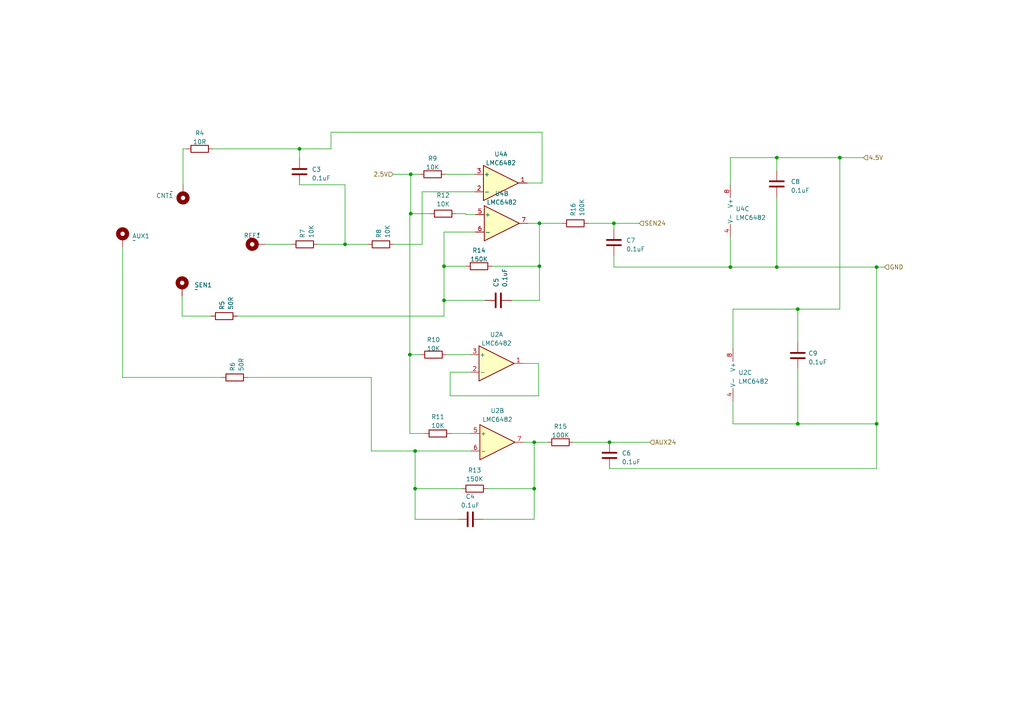
<source format=kicad_sch>
(kicad_sch (version 20230121) (generator eeschema)

  (uuid 383b3a67-928a-4617-8379-1488b4bc9cba)

  (paper "A4")

  (lib_symbols
    (symbol "Amplifier_Operational:LMC6482" (pin_names (offset 0.127)) (in_bom yes) (on_board yes)
      (property "Reference" "U" (at 0 5.08 0)
        (effects (font (size 1.27 1.27)) (justify left))
      )
      (property "Value" "LMC6482" (at 0 -5.08 0)
        (effects (font (size 1.27 1.27)) (justify left))
      )
      (property "Footprint" "" (at 0 0 0)
        (effects (font (size 1.27 1.27)) hide)
      )
      (property "Datasheet" "http://www.ti.com/lit/ds/symlink/lmc6482.pdf" (at 0 0 0)
        (effects (font (size 1.27 1.27)) hide)
      )
      (property "ki_locked" "" (at 0 0 0)
        (effects (font (size 1.27 1.27)))
      )
      (property "ki_keywords" "dual opamp" (at 0 0 0)
        (effects (font (size 1.27 1.27)) hide)
      )
      (property "ki_description" "Dual CMOS Rail-to-Rail Input and Output Operational Amplifier, DIP-8/SOIC-8, SSOP-8" (at 0 0 0)
        (effects (font (size 1.27 1.27)) hide)
      )
      (property "ki_fp_filters" "SOIC*3.9x4.9mm*P1.27mm* DIP*W7.62mm* TO*99* OnSemi*Micro8* TSSOP*3x3mm*P0.65mm* TSSOP*4.4x3mm*P0.65mm* MSOP*3x3mm*P0.65mm* SSOP*3.9x4.9mm*P0.635mm* LFCSP*2x2mm*P0.5mm* *SIP* SOIC*5.3x6.2mm*P1.27mm*" (at 0 0 0)
        (effects (font (size 1.27 1.27)) hide)
      )
      (symbol "LMC6482_1_1"
        (polyline
          (pts
            (xy -5.08 5.08)
            (xy 5.08 0)
            (xy -5.08 -5.08)
            (xy -5.08 5.08)
          )
          (stroke (width 0.254) (type default))
          (fill (type background))
        )
        (pin output line (at 7.62 0 180) (length 2.54)
          (name "~" (effects (font (size 1.27 1.27))))
          (number "1" (effects (font (size 1.27 1.27))))
        )
        (pin input line (at -7.62 -2.54 0) (length 2.54)
          (name "-" (effects (font (size 1.27 1.27))))
          (number "2" (effects (font (size 1.27 1.27))))
        )
        (pin input line (at -7.62 2.54 0) (length 2.54)
          (name "+" (effects (font (size 1.27 1.27))))
          (number "3" (effects (font (size 1.27 1.27))))
        )
      )
      (symbol "LMC6482_2_1"
        (polyline
          (pts
            (xy -5.08 5.08)
            (xy 5.08 0)
            (xy -5.08 -5.08)
            (xy -5.08 5.08)
          )
          (stroke (width 0.254) (type default))
          (fill (type background))
        )
        (pin input line (at -7.62 2.54 0) (length 2.54)
          (name "+" (effects (font (size 1.27 1.27))))
          (number "5" (effects (font (size 1.27 1.27))))
        )
        (pin input line (at -7.62 -2.54 0) (length 2.54)
          (name "-" (effects (font (size 1.27 1.27))))
          (number "6" (effects (font (size 1.27 1.27))))
        )
        (pin output line (at 7.62 0 180) (length 2.54)
          (name "~" (effects (font (size 1.27 1.27))))
          (number "7" (effects (font (size 1.27 1.27))))
        )
      )
      (symbol "LMC6482_3_1"
        (pin power_in line (at -2.54 -7.62 90) (length 3.81)
          (name "V-" (effects (font (size 1.27 1.27))))
          (number "4" (effects (font (size 1.27 1.27))))
        )
        (pin power_in line (at -2.54 7.62 270) (length 3.81)
          (name "V+" (effects (font (size 1.27 1.27))))
          (number "8" (effects (font (size 1.27 1.27))))
        )
      )
    )
    (symbol "Device:C" (pin_numbers hide) (pin_names (offset 0.254)) (in_bom yes) (on_board yes)
      (property "Reference" "C" (at 0.635 2.54 0)
        (effects (font (size 1.27 1.27)) (justify left))
      )
      (property "Value" "C" (at 0.635 -2.54 0)
        (effects (font (size 1.27 1.27)) (justify left))
      )
      (property "Footprint" "" (at 0.9652 -3.81 0)
        (effects (font (size 1.27 1.27)) hide)
      )
      (property "Datasheet" "~" (at 0 0 0)
        (effects (font (size 1.27 1.27)) hide)
      )
      (property "ki_keywords" "cap capacitor" (at 0 0 0)
        (effects (font (size 1.27 1.27)) hide)
      )
      (property "ki_description" "Unpolarized capacitor" (at 0 0 0)
        (effects (font (size 1.27 1.27)) hide)
      )
      (property "ki_fp_filters" "C_*" (at 0 0 0)
        (effects (font (size 1.27 1.27)) hide)
      )
      (symbol "C_0_1"
        (polyline
          (pts
            (xy -2.032 -0.762)
            (xy 2.032 -0.762)
          )
          (stroke (width 0.508) (type default))
          (fill (type none))
        )
        (polyline
          (pts
            (xy -2.032 0.762)
            (xy 2.032 0.762)
          )
          (stroke (width 0.508) (type default))
          (fill (type none))
        )
      )
      (symbol "C_1_1"
        (pin passive line (at 0 3.81 270) (length 2.794)
          (name "~" (effects (font (size 1.27 1.27))))
          (number "1" (effects (font (size 1.27 1.27))))
        )
        (pin passive line (at 0 -3.81 90) (length 2.794)
          (name "~" (effects (font (size 1.27 1.27))))
          (number "2" (effects (font (size 1.27 1.27))))
        )
      )
    )
    (symbol "Device:R" (pin_numbers hide) (pin_names (offset 0)) (in_bom yes) (on_board yes)
      (property "Reference" "R" (at 2.032 0 90)
        (effects (font (size 1.27 1.27)))
      )
      (property "Value" "R" (at 0 0 90)
        (effects (font (size 1.27 1.27)))
      )
      (property "Footprint" "" (at -1.778 0 90)
        (effects (font (size 1.27 1.27)) hide)
      )
      (property "Datasheet" "~" (at 0 0 0)
        (effects (font (size 1.27 1.27)) hide)
      )
      (property "ki_keywords" "R res resistor" (at 0 0 0)
        (effects (font (size 1.27 1.27)) hide)
      )
      (property "ki_description" "Resistor" (at 0 0 0)
        (effects (font (size 1.27 1.27)) hide)
      )
      (property "ki_fp_filters" "R_*" (at 0 0 0)
        (effects (font (size 1.27 1.27)) hide)
      )
      (symbol "R_0_1"
        (rectangle (start -1.016 -2.54) (end 1.016 2.54)
          (stroke (width 0.254) (type default))
          (fill (type none))
        )
      )
      (symbol "R_1_1"
        (pin passive line (at 0 3.81 270) (length 1.27)
          (name "~" (effects (font (size 1.27 1.27))))
          (number "1" (effects (font (size 1.27 1.27))))
        )
        (pin passive line (at 0 -3.81 90) (length 1.27)
          (name "~" (effects (font (size 1.27 1.27))))
          (number "2" (effects (font (size 1.27 1.27))))
        )
      )
    )
    (symbol "Mechanical:MountingHole_Pad" (pin_numbers hide) (pin_names (offset 1.016) hide) (in_bom yes) (on_board yes)
      (property "Reference" "H" (at 0 6.35 0)
        (effects (font (size 1.27 1.27)))
      )
      (property "Value" "MountingHole_Pad" (at 0 4.445 0)
        (effects (font (size 1.27 1.27)))
      )
      (property "Footprint" "" (at 0 0 0)
        (effects (font (size 1.27 1.27)) hide)
      )
      (property "Datasheet" "~" (at 0 0 0)
        (effects (font (size 1.27 1.27)) hide)
      )
      (property "ki_keywords" "mounting hole" (at 0 0 0)
        (effects (font (size 1.27 1.27)) hide)
      )
      (property "ki_description" "Mounting Hole with connection" (at 0 0 0)
        (effects (font (size 1.27 1.27)) hide)
      )
      (property "ki_fp_filters" "MountingHole*Pad*" (at 0 0 0)
        (effects (font (size 1.27 1.27)) hide)
      )
      (symbol "MountingHole_Pad_0_1"
        (circle (center 0 1.27) (radius 1.27)
          (stroke (width 1.27) (type default))
          (fill (type none))
        )
      )
      (symbol "MountingHole_Pad_1_1"
        (pin input line (at 0 -2.54 90) (length 2.54)
          (name "1" (effects (font (size 1.27 1.27))))
          (number "1" (effects (font (size 1.27 1.27))))
        )
      )
    )
  )

  (junction (at 120.396 141.732) (diameter 0) (color 0 0 0 0)
    (uuid 2b700235-913d-4c2b-975b-ce593acf4386)
  )
  (junction (at 225.298 45.72) (diameter 0) (color 0 0 0 0)
    (uuid 2c615381-04a9-4133-b03a-a678bae351a4)
  )
  (junction (at 178.054 64.77) (diameter 0) (color 0 0 0 0)
    (uuid 33b00016-9b23-4def-bbb6-1a9f6cbbc899)
  )
  (junction (at 156.464 77.216) (diameter 0) (color 0 0 0 0)
    (uuid 4d7eb189-eda7-4cd8-917b-1f268c4a4770)
  )
  (junction (at 128.778 77.216) (diameter 0) (color 0 0 0 0)
    (uuid 4ecc7527-1653-4b35-85fe-be7975798448)
  )
  (junction (at 231.394 89.662) (diameter 0) (color 0 0 0 0)
    (uuid 578205ff-173f-4ad3-a8c7-26f00e5d0b33)
  )
  (junction (at 119.126 61.976) (diameter 0) (color 0 0 0 0)
    (uuid 5d088fc2-5938-4cdc-a7e7-7fd0a32a239e)
  )
  (junction (at 120.396 130.81) (diameter 0) (color 0 0 0 0)
    (uuid 63de8887-a539-4717-9c21-2a530af259a5)
  )
  (junction (at 254.254 77.47) (diameter 0) (color 0 0 0 0)
    (uuid 6a841b79-0528-468d-9b92-706bb599ecc5)
  )
  (junction (at 243.586 45.72) (diameter 0) (color 0 0 0 0)
    (uuid 8fd2b45a-a7fd-4777-975f-faf1097b33c5)
  )
  (junction (at 100.076 70.866) (diameter 0) (color 0 0 0 0)
    (uuid 9433f3c6-50cd-481e-9f5e-fcc615682674)
  )
  (junction (at 156.464 64.77) (diameter 0) (color 0 0 0 0)
    (uuid 96cad1c3-eee6-44e0-87ad-29b675eda2f7)
  )
  (junction (at 254.254 122.936) (diameter 0) (color 0 0 0 0)
    (uuid 9855d9b6-7fc2-4152-9400-2420557773de)
  )
  (junction (at 154.94 141.732) (diameter 0) (color 0 0 0 0)
    (uuid 9f787068-dc2c-4459-81b3-6a43403bb569)
  )
  (junction (at 86.868 43.18) (diameter 0) (color 0 0 0 0)
    (uuid ae161002-ea22-4ca1-9f75-662227de0bc4)
  )
  (junction (at 128.778 87.122) (diameter 0) (color 0 0 0 0)
    (uuid c3eade52-df78-45cc-8149-002beb6420cf)
  )
  (junction (at 231.394 122.936) (diameter 0) (color 0 0 0 0)
    (uuid d74db2ea-1d18-4aab-8912-d68e4920c401)
  )
  (junction (at 154.94 128.27) (diameter 0) (color 0 0 0 0)
    (uuid e6e24415-8401-4fa2-8147-01ac731cec9f)
  )
  (junction (at 211.836 77.47) (diameter 0) (color 0 0 0 0)
    (uuid ee30b054-e2f7-4185-b8b5-3b50f4460b9a)
  )
  (junction (at 119.126 50.546) (diameter 0) (color 0 0 0 0)
    (uuid f097dd2d-1840-4c05-a312-4eac454b7c1a)
  )
  (junction (at 225.298 77.47) (diameter 0) (color 0 0 0 0)
    (uuid f4d3735a-499a-40fe-8c8a-04e796aba208)
  )
  (junction (at 176.784 128.27) (diameter 0) (color 0 0 0 0)
    (uuid f695c68a-90a8-4db8-9490-9f6e7450606d)
  )
  (junction (at 118.872 102.87) (diameter 0) (color 0 0 0 0)
    (uuid f9695708-3320-41eb-be11-7a128a7ff523)
  )

  (wire (pts (xy 52.832 91.694) (xy 61.214 91.694))
    (stroke (width 0) (type default))
    (uuid 00b491b1-4d37-4de1-b94e-43568b92e84c)
  )
  (wire (pts (xy 225.298 77.47) (xy 254.254 77.47))
    (stroke (width 0) (type default))
    (uuid 014e17ca-5ad6-4d6d-b366-a29949c59a91)
  )
  (wire (pts (xy 137.668 55.626) (xy 122.428 55.626))
    (stroke (width 0) (type default))
    (uuid 0325fcc9-efc7-4210-a2db-601375c18738)
  )
  (wire (pts (xy 61.722 43.18) (xy 86.868 43.18))
    (stroke (width 0) (type default))
    (uuid 0a50262a-ef9b-4427-935c-ce4d0c69f0e8)
  )
  (wire (pts (xy 118.872 125.73) (xy 118.872 102.87))
    (stroke (width 0) (type default))
    (uuid 0aa00c4a-a1df-4e37-aa63-a64f4c74c2e6)
  )
  (wire (pts (xy 118.872 61.976) (xy 118.872 102.87))
    (stroke (width 0) (type default))
    (uuid 0e12f400-d054-4b35-9966-66c2316b5680)
  )
  (wire (pts (xy 170.688 64.77) (xy 178.054 64.77))
    (stroke (width 0) (type default))
    (uuid 0ec2572d-95f0-41d0-994c-cdc73d022691)
  )
  (wire (pts (xy 250.444 45.72) (xy 243.586 45.72))
    (stroke (width 0) (type default))
    (uuid 0f69251a-9588-4333-9e98-889e16c3d082)
  )
  (wire (pts (xy 129.54 102.87) (xy 136.398 102.87))
    (stroke (width 0) (type default))
    (uuid 1127184b-239b-4817-8a8b-818c17689d09)
  )
  (wire (pts (xy 231.394 106.934) (xy 231.394 122.936))
    (stroke (width 0) (type default))
    (uuid 15e07405-7f3d-4051-a0b5-13670cc39275)
  )
  (wire (pts (xy 120.396 130.81) (xy 136.652 130.81))
    (stroke (width 0) (type default))
    (uuid 17ba085f-79d4-4638-80a6-02ba82c5d895)
  )
  (wire (pts (xy 211.836 77.47) (xy 225.298 77.47))
    (stroke (width 0) (type default))
    (uuid 17e2a724-8ead-410b-886d-ad800f879cf7)
  )
  (wire (pts (xy 151.892 128.27) (xy 154.94 128.27))
    (stroke (width 0) (type default))
    (uuid 18bde1c6-a67c-4794-8f34-68195c87dc2e)
  )
  (wire (pts (xy 128.778 77.216) (xy 128.778 87.122))
    (stroke (width 0) (type default))
    (uuid 202d1815-cee6-461e-ac5c-bc2e8943f286)
  )
  (wire (pts (xy 212.598 116.332) (xy 212.598 122.936))
    (stroke (width 0) (type default))
    (uuid 2a971296-a431-4b0b-93f7-b75ac60ccea4)
  )
  (wire (pts (xy 129.286 50.546) (xy 137.668 50.546))
    (stroke (width 0) (type default))
    (uuid 2ba3f3b4-df33-4fc5-94ce-5c85498d294e)
  )
  (wire (pts (xy 107.696 109.474) (xy 107.696 130.81))
    (stroke (width 0) (type default))
    (uuid 2bb42cb5-0590-4661-ac8f-db9d151c6dd5)
  )
  (wire (pts (xy 211.836 77.47) (xy 211.836 68.834))
    (stroke (width 0) (type default))
    (uuid 2bcb29f0-01bb-4ead-a41f-02a451a7ad10)
  )
  (wire (pts (xy 130.81 125.73) (xy 136.652 125.73))
    (stroke (width 0) (type default))
    (uuid 2ca1f7fd-1409-464b-9857-20e17fa35740)
  )
  (wire (pts (xy 156.464 64.77) (xy 156.464 77.216))
    (stroke (width 0) (type default))
    (uuid 2da1c5b1-8502-4dd2-81cb-35fa42a2a064)
  )
  (wire (pts (xy 178.054 77.47) (xy 211.836 77.47))
    (stroke (width 0) (type default))
    (uuid 2ecd434a-24d6-4c05-ad3b-336889c34edf)
  )
  (wire (pts (xy 185.42 64.77) (xy 178.054 64.77))
    (stroke (width 0) (type default))
    (uuid 32d4a75c-2aef-4363-8e9f-0dbb2a47a7f3)
  )
  (wire (pts (xy 71.882 109.474) (xy 107.696 109.474))
    (stroke (width 0) (type default))
    (uuid 3328c494-b16b-4612-a0bd-537fcfe6e350)
  )
  (wire (pts (xy 231.394 122.936) (xy 254.254 122.936))
    (stroke (width 0) (type default))
    (uuid 3638b8c9-c484-4892-b8ec-52077f87d978)
  )
  (wire (pts (xy 135.128 62.23) (xy 137.922 62.23))
    (stroke (width 0) (type default))
    (uuid 376abb83-e96f-4ce7-b61c-41cc94087bd3)
  )
  (wire (pts (xy 130.556 107.95) (xy 136.398 107.95))
    (stroke (width 0) (type default))
    (uuid 37c68d97-71af-40dc-a80c-f3c3a16f67bb)
  )
  (wire (pts (xy 130.556 114.808) (xy 130.556 107.95))
    (stroke (width 0) (type default))
    (uuid 3875aec7-4a0e-47f2-86da-734d1ff40884)
  )
  (wire (pts (xy 231.394 89.662) (xy 243.586 89.662))
    (stroke (width 0) (type default))
    (uuid 3d13a15b-38b2-4804-a92a-3c5de82f90a5)
  )
  (wire (pts (xy 76.962 70.866) (xy 84.582 70.866))
    (stroke (width 0) (type default))
    (uuid 3df64617-e653-4d08-9c06-309223aed92a)
  )
  (wire (pts (xy 35.56 109.474) (xy 64.262 109.474))
    (stroke (width 0) (type default))
    (uuid 428d1e75-aabe-4b72-8560-d8438c91378d)
  )
  (wire (pts (xy 156.464 87.122) (xy 156.464 77.216))
    (stroke (width 0) (type default))
    (uuid 43479d45-73dd-401f-b00b-62a3b8fec670)
  )
  (wire (pts (xy 152.908 53.086) (xy 157.226 53.086))
    (stroke (width 0) (type default))
    (uuid 43d30517-9d1b-4a08-bb3a-e5b82d77520b)
  )
  (wire (pts (xy 231.394 99.314) (xy 231.394 89.662))
    (stroke (width 0) (type default))
    (uuid 4993a261-35c2-4c79-a42c-f1c6dca738e2)
  )
  (wire (pts (xy 157.226 53.086) (xy 157.226 38.354))
    (stroke (width 0) (type default))
    (uuid 4a045e5b-fa33-4bc3-b8fa-3699e64de64c)
  )
  (wire (pts (xy 157.226 38.354) (xy 96.012 38.354))
    (stroke (width 0) (type default))
    (uuid 4af43b7f-93c1-422e-898c-9e0a3d4e868f)
  )
  (wire (pts (xy 128.778 87.122) (xy 140.716 87.122))
    (stroke (width 0) (type default))
    (uuid 4e8ab461-87a8-46b1-bd28-8596e18bb8f4)
  )
  (wire (pts (xy 53.086 43.18) (xy 53.086 53.594))
    (stroke (width 0) (type default))
    (uuid 51ac6e8b-5beb-4835-8ee1-7de922356f80)
  )
  (wire (pts (xy 135.128 61.976) (xy 135.128 62.23))
    (stroke (width 0) (type default))
    (uuid 5235cb81-4a3b-47d1-9080-49c3140dbcc1)
  )
  (wire (pts (xy 86.868 43.18) (xy 86.868 45.974))
    (stroke (width 0) (type default))
    (uuid 52b6c5f8-ee65-4e5c-9aac-67af57fa3047)
  )
  (wire (pts (xy 154.94 141.732) (xy 154.94 128.27))
    (stroke (width 0) (type default))
    (uuid 5462896a-a76a-4e07-9222-5af64e1ce1d2)
  )
  (wire (pts (xy 52.832 85.852) (xy 52.832 91.694))
    (stroke (width 0) (type default))
    (uuid 58e5ba18-8c54-476c-8eaa-6a332e23fa69)
  )
  (wire (pts (xy 211.836 45.72) (xy 211.836 53.594))
    (stroke (width 0) (type default))
    (uuid 5ab2edb1-e93e-41fc-8cbe-c995d54c6a5d)
  )
  (wire (pts (xy 121.92 102.87) (xy 118.872 102.87))
    (stroke (width 0) (type default))
    (uuid 5e116ad7-2c5f-4634-9d83-319a0f38444a)
  )
  (wire (pts (xy 156.21 105.41) (xy 156.21 114.808))
    (stroke (width 0) (type default))
    (uuid 6b489ca9-7eac-4fb1-a71e-956c750194b2)
  )
  (wire (pts (xy 142.748 77.216) (xy 156.464 77.216))
    (stroke (width 0) (type default))
    (uuid 6f5264b5-10a9-44c0-a7d9-a9c1201bdee7)
  )
  (wire (pts (xy 120.396 150.622) (xy 120.396 141.732))
    (stroke (width 0) (type default))
    (uuid 7adedb7a-bf75-48f1-8dc7-13380b178f15)
  )
  (wire (pts (xy 225.298 45.72) (xy 211.836 45.72))
    (stroke (width 0) (type default))
    (uuid 80109168-005b-4131-be78-d4a68d2474b6)
  )
  (wire (pts (xy 96.012 43.18) (xy 86.868 43.18))
    (stroke (width 0) (type default))
    (uuid 827fda74-7097-4d65-971e-80f6da1f05eb)
  )
  (wire (pts (xy 100.076 70.866) (xy 106.68 70.866))
    (stroke (width 0) (type default))
    (uuid 83d95315-6458-4961-ad2e-0b297c978c12)
  )
  (wire (pts (xy 53.086 43.18) (xy 54.102 43.18))
    (stroke (width 0) (type default))
    (uuid 948b7e72-4c62-46ee-ac6f-06e85024bf32)
  )
  (wire (pts (xy 254.254 77.47) (xy 256.54 77.47))
    (stroke (width 0) (type default))
    (uuid 950d35c3-6422-4a55-95c5-638a75d567bb)
  )
  (wire (pts (xy 132.588 150.622) (xy 120.396 150.622))
    (stroke (width 0) (type default))
    (uuid 96d2f970-a669-4522-994d-c70c0f363ee2)
  )
  (wire (pts (xy 122.428 55.626) (xy 122.428 70.866))
    (stroke (width 0) (type default))
    (uuid 99f4a7c5-bd72-4e0a-918f-5050a02d0719)
  )
  (wire (pts (xy 188.468 128.27) (xy 176.784 128.27))
    (stroke (width 0) (type default))
    (uuid 9b0e08d5-ad0a-4a51-8576-0457bf4deac1)
  )
  (wire (pts (xy 154.94 150.622) (xy 154.94 141.732))
    (stroke (width 0) (type default))
    (uuid 9d71e31b-5721-4b52-a086-9526bf460e2b)
  )
  (wire (pts (xy 254.254 135.89) (xy 254.254 122.936))
    (stroke (width 0) (type default))
    (uuid 9ded664b-d89b-4cdc-a5b2-4af0ecf66a5b)
  )
  (wire (pts (xy 96.012 38.354) (xy 96.012 43.18))
    (stroke (width 0) (type default))
    (uuid a460661a-c32b-4239-bd0a-cd2aad29f8d2)
  )
  (wire (pts (xy 166.37 128.27) (xy 176.784 128.27))
    (stroke (width 0) (type default))
    (uuid a5953e3e-03fe-48db-9e16-faa799d765c9)
  )
  (wire (pts (xy 35.56 71.628) (xy 35.56 109.474))
    (stroke (width 0) (type default))
    (uuid a7ecfff2-55d3-425c-833e-8328df12301b)
  )
  (wire (pts (xy 128.778 67.31) (xy 128.778 77.216))
    (stroke (width 0) (type default))
    (uuid aa552865-05dc-4459-9163-59054d680409)
  )
  (wire (pts (xy 86.868 53.594) (xy 100.076 53.594))
    (stroke (width 0) (type default))
    (uuid ab531962-d72b-4b90-95fe-d4f3919f4f78)
  )
  (wire (pts (xy 151.638 105.41) (xy 156.21 105.41))
    (stroke (width 0) (type default))
    (uuid ae58bee0-cec8-4284-8b79-baf60e4e8b12)
  )
  (wire (pts (xy 141.478 141.732) (xy 154.94 141.732))
    (stroke (width 0) (type default))
    (uuid b0cb3532-7553-4981-b705-b83a675fde99)
  )
  (wire (pts (xy 120.396 141.732) (xy 120.396 130.81))
    (stroke (width 0) (type default))
    (uuid b242db60-b630-42f1-a30a-fe2879cea577)
  )
  (wire (pts (xy 163.068 64.77) (xy 156.464 64.77))
    (stroke (width 0) (type default))
    (uuid b5ca37d4-c771-4833-b11f-d439e512b0e1)
  )
  (wire (pts (xy 119.126 50.546) (xy 121.666 50.546))
    (stroke (width 0) (type default))
    (uuid b9152bbb-0437-4642-8e40-112897f7f29f)
  )
  (wire (pts (xy 176.784 135.89) (xy 254.254 135.89))
    (stroke (width 0) (type default))
    (uuid bbc2f8ac-f4e2-4637-9d6b-eaa0d1efe687)
  )
  (wire (pts (xy 119.126 61.976) (xy 119.126 50.546))
    (stroke (width 0) (type default))
    (uuid bd30a446-d75c-482b-a5fd-e831e50cce6e)
  )
  (wire (pts (xy 178.054 64.77) (xy 178.054 66.548))
    (stroke (width 0) (type default))
    (uuid bd3c1c26-d0c6-46c1-b175-7f8157cf6492)
  )
  (wire (pts (xy 132.334 61.976) (xy 135.128 61.976))
    (stroke (width 0) (type default))
    (uuid beabe7c3-af71-4353-90bb-1b2eaae91e02)
  )
  (wire (pts (xy 148.336 87.122) (xy 156.464 87.122))
    (stroke (width 0) (type default))
    (uuid c05b3758-d1f8-49f3-9812-3f723560dd37)
  )
  (wire (pts (xy 92.202 70.866) (xy 100.076 70.866))
    (stroke (width 0) (type default))
    (uuid c1d662ff-5670-48db-98d3-71cc50285ac5)
  )
  (wire (pts (xy 68.834 91.694) (xy 128.778 91.694))
    (stroke (width 0) (type default))
    (uuid c5bcbdf5-bdda-47e0-9673-8bccfdd1f095)
  )
  (wire (pts (xy 118.872 61.976) (xy 119.126 61.976))
    (stroke (width 0) (type default))
    (uuid c8cb9726-7c8a-45b7-9b9f-4dc2b9a7c7b0)
  )
  (wire (pts (xy 135.128 77.216) (xy 128.778 77.216))
    (stroke (width 0) (type default))
    (uuid c9bcddd8-25e3-4d7b-85f2-49d0d1df755c)
  )
  (wire (pts (xy 212.598 89.662) (xy 231.394 89.662))
    (stroke (width 0) (type default))
    (uuid cd52ea7c-53ae-4ecb-afaf-27d8ddabacc7)
  )
  (wire (pts (xy 212.598 101.092) (xy 212.598 89.662))
    (stroke (width 0) (type default))
    (uuid cd72a77a-26a7-4157-a21f-a63fdf683b5f)
  )
  (wire (pts (xy 128.778 67.31) (xy 137.922 67.31))
    (stroke (width 0) (type default))
    (uuid cebbd743-10f5-4986-ba3c-068876f6d3bf)
  )
  (wire (pts (xy 154.94 128.27) (xy 158.75 128.27))
    (stroke (width 0) (type default))
    (uuid cfd76ea6-cbaf-4589-9db9-0c5d3539f196)
  )
  (wire (pts (xy 122.428 70.866) (xy 114.3 70.866))
    (stroke (width 0) (type default))
    (uuid d42844c8-285d-4433-a142-04d393c2fc60)
  )
  (wire (pts (xy 156.21 114.808) (xy 130.556 114.808))
    (stroke (width 0) (type default))
    (uuid d4cf672c-0dff-4cfc-abb0-34e501ab5154)
  )
  (wire (pts (xy 254.254 122.936) (xy 254.254 77.47))
    (stroke (width 0) (type default))
    (uuid d5b9f24b-cfb6-47f9-8efd-1a53a4c52c56)
  )
  (wire (pts (xy 243.586 45.72) (xy 243.586 89.662))
    (stroke (width 0) (type default))
    (uuid d8c4c410-5662-4ca4-a400-d42ac46ea715)
  )
  (wire (pts (xy 123.19 125.73) (xy 118.872 125.73))
    (stroke (width 0) (type default))
    (uuid df8b589c-edff-4c5c-967b-d2ceb651de43)
  )
  (wire (pts (xy 225.298 45.72) (xy 225.298 49.53))
    (stroke (width 0) (type default))
    (uuid dfc2e6df-87d0-4e0b-b2d0-f046a3047cb5)
  )
  (wire (pts (xy 128.778 87.122) (xy 128.778 91.694))
    (stroke (width 0) (type default))
    (uuid e21777cd-fb5e-43e6-bb93-e1313c6c46fc)
  )
  (wire (pts (xy 243.586 45.72) (xy 225.298 45.72))
    (stroke (width 0) (type default))
    (uuid e32ab7ca-508e-4d01-b0f0-589ebcde7577)
  )
  (wire (pts (xy 225.298 57.15) (xy 225.298 77.47))
    (stroke (width 0) (type default))
    (uuid e48f5562-0674-4cd3-8f30-61368b6f7003)
  )
  (wire (pts (xy 107.696 130.81) (xy 120.396 130.81))
    (stroke (width 0) (type default))
    (uuid e8b87b26-2d6f-48f1-9f52-e95f9ea33a3c)
  )
  (wire (pts (xy 178.054 74.168) (xy 178.054 77.47))
    (stroke (width 0) (type default))
    (uuid ecec248f-6aeb-4d40-8f5b-7247c82cf6b1)
  )
  (wire (pts (xy 140.208 150.622) (xy 154.94 150.622))
    (stroke (width 0) (type default))
    (uuid ef16db78-3aab-4108-97ee-e3c768815673)
  )
  (wire (pts (xy 124.714 61.976) (xy 119.126 61.976))
    (stroke (width 0) (type default))
    (uuid f1e63868-d07f-4c52-9a98-2f9eaeda3271)
  )
  (wire (pts (xy 114.046 50.546) (xy 119.126 50.546))
    (stroke (width 0) (type default))
    (uuid f21eea20-cce1-4165-a9bf-2044fdbca482)
  )
  (wire (pts (xy 100.076 53.594) (xy 100.076 70.866))
    (stroke (width 0) (type default))
    (uuid f255db80-b197-4e1c-98b4-3edbc053f35e)
  )
  (wire (pts (xy 212.598 122.936) (xy 231.394 122.936))
    (stroke (width 0) (type default))
    (uuid fbdbe98a-01b5-4253-acfc-0be5e8d126ce)
  )
  (wire (pts (xy 133.858 141.732) (xy 120.396 141.732))
    (stroke (width 0) (type default))
    (uuid fd3d820e-5ea9-4c20-aa3f-517e8ac269e3)
  )
  (wire (pts (xy 156.464 64.77) (xy 153.162 64.77))
    (stroke (width 0) (type default))
    (uuid ff9d1eb9-61d7-4c8a-b19e-6fc528d5c666)
  )

  (hierarchical_label "4.5V" (shape input) (at 250.444 45.72 0) (fields_autoplaced)
    (effects (font (size 1.27 1.27)) (justify left))
    (uuid 559d5cc0-dd9e-4540-a680-541f72fe4a6d)
  )
  (hierarchical_label "2.5V" (shape input) (at 114.046 50.546 180) (fields_autoplaced)
    (effects (font (size 1.27 1.27)) (justify right))
    (uuid 82bdb9ed-6de2-4247-b8bc-432c6c3d41d6)
  )
  (hierarchical_label "AUX24" (shape input) (at 188.468 128.27 0) (fields_autoplaced)
    (effects (font (size 1.27 1.27)) (justify left))
    (uuid a3140c2e-2865-43e3-b740-41dbc05104be)
  )
  (hierarchical_label "SEN24" (shape input) (at 185.42 64.77 0) (fields_autoplaced)
    (effects (font (size 1.27 1.27)) (justify left))
    (uuid a3c9d64b-ea32-4e00-a859-6fce05c484d1)
  )
  (hierarchical_label "GND" (shape input) (at 256.54 77.47 0) (fields_autoplaced)
    (effects (font (size 1.27 1.27)) (justify left))
    (uuid b46c1258-84b4-4d0f-8b66-6b6d95eb33ef)
  )

  (symbol (lib_id "Device:R") (at 110.49 70.866 90) (unit 1)
    (in_bom yes) (on_board yes) (dnp no)
    (uuid 0da59c9c-e041-457c-a4ab-e7584a3564e7)
    (property "Reference" "R8" (at 109.855 69.088 0)
      (effects (font (size 1.27 1.27)) (justify left))
    )
    (property "Value" "10K" (at 112.395 69.088 0)
      (effects (font (size 1.27 1.27)) (justify left))
    )
    (property "Footprint" "Resistor_SMD:R_0402_1005Metric" (at 110.49 72.644 90)
      (effects (font (size 1.27 1.27)) hide)
    )
    (property "Datasheet" "~" (at 110.49 70.866 0)
      (effects (font (size 1.27 1.27)) hide)
    )
    (pin "1" (uuid 73ea3203-f9bf-4d9d-bd4a-8445b5d71e60))
    (pin "2" (uuid 38cb8394-93a6-4fc9-93c0-3a78dd08bff6))
    (instances
      (project "Air quality project"
        (path "/67b6672b-0c15-41a5-a844-17aa721018b8/e2c83066-cae4-4a4f-a05c-59cf4d457446"
          (reference "R8") (unit 1)
        )
        (path "/67b6672b-0c15-41a5-a844-17aa721018b8/be65ffb6-5f15-4847-ab99-a8924076e9fe"
          (reference "R39") (unit 1)
        )
        (path "/67b6672b-0c15-41a5-a844-17aa721018b8/c0be7648-c2d3-418c-a141-063f79a63fee"
          (reference "R268") (unit 1)
        )
      )
    )
  )

  (symbol (lib_id "Device:R") (at 125.476 50.546 90) (unit 1)
    (in_bom yes) (on_board yes) (dnp no) (fields_autoplaced)
    (uuid 0e6f1db8-5dfb-4b2c-91c9-a06ad217eb46)
    (property "Reference" "R9" (at 125.476 45.974 90)
      (effects (font (size 1.27 1.27)))
    )
    (property "Value" "10K" (at 125.476 48.514 90)
      (effects (font (size 1.27 1.27)))
    )
    (property "Footprint" "Resistor_SMD:R_0402_1005Metric" (at 125.476 52.324 90)
      (effects (font (size 1.27 1.27)) hide)
    )
    (property "Datasheet" "~" (at 125.476 50.546 0)
      (effects (font (size 1.27 1.27)) hide)
    )
    (pin "1" (uuid 1471e55c-a336-4539-a3b9-9dcb297d4861))
    (pin "2" (uuid f2c1725d-9bb3-42fc-9a7e-024eacbe9d10))
    (instances
      (project "Air quality project"
        (path "/67b6672b-0c15-41a5-a844-17aa721018b8/e2c83066-cae4-4a4f-a05c-59cf4d457446"
          (reference "R9") (unit 1)
        )
        (path "/67b6672b-0c15-41a5-a844-17aa721018b8/be65ffb6-5f15-4847-ab99-a8924076e9fe"
          (reference "R44") (unit 1)
        )
        (path "/67b6672b-0c15-41a5-a844-17aa721018b8/c0be7648-c2d3-418c-a141-063f79a63fee"
          (reference "R269") (unit 1)
        )
      )
    )
  )

  (symbol (lib_id "Device:R") (at 125.73 102.87 90) (unit 1)
    (in_bom yes) (on_board yes) (dnp no) (fields_autoplaced)
    (uuid 18bc1b4f-bff6-4ff3-a516-8ae76114d763)
    (property "Reference" "R10" (at 125.73 98.552 90)
      (effects (font (size 1.27 1.27)))
    )
    (property "Value" "10K" (at 125.73 101.092 90)
      (effects (font (size 1.27 1.27)))
    )
    (property "Footprint" "Resistor_SMD:R_0402_1005Metric" (at 125.73 104.648 90)
      (effects (font (size 1.27 1.27)) hide)
    )
    (property "Datasheet" "~" (at 125.73 102.87 0)
      (effects (font (size 1.27 1.27)) hide)
    )
    (pin "1" (uuid b3bf1ef5-b0ca-4c2e-aaf0-002690a402b2))
    (pin "2" (uuid 2f623ae8-f48c-410c-ac17-ddfe840e8c37))
    (instances
      (project "Air quality project"
        (path "/67b6672b-0c15-41a5-a844-17aa721018b8/e2c83066-cae4-4a4f-a05c-59cf4d457446"
          (reference "R10") (unit 1)
        )
        (path "/67b6672b-0c15-41a5-a844-17aa721018b8/be65ffb6-5f15-4847-ab99-a8924076e9fe"
          (reference "R49") (unit 1)
        )
        (path "/67b6672b-0c15-41a5-a844-17aa721018b8/c0be7648-c2d3-418c-a141-063f79a63fee"
          (reference "R270") (unit 1)
        )
      )
    )
  )

  (symbol (lib_id "Device:R") (at 137.668 141.732 90) (unit 1)
    (in_bom yes) (on_board yes) (dnp no) (fields_autoplaced)
    (uuid 22493ec9-fb6b-4090-b73a-aba0665b4afd)
    (property "Reference" "R13" (at 137.668 136.398 90)
      (effects (font (size 1.27 1.27)))
    )
    (property "Value" "150K" (at 137.668 138.938 90)
      (effects (font (size 1.27 1.27)))
    )
    (property "Footprint" "Resistor_SMD:R_0402_1005Metric" (at 137.668 143.51 90)
      (effects (font (size 1.27 1.27)) hide)
    )
    (property "Datasheet" "~" (at 137.668 141.732 0)
      (effects (font (size 1.27 1.27)) hide)
    )
    (pin "1" (uuid 41acdea0-4868-4a8e-a0b4-2f30a8f63254))
    (pin "2" (uuid c8115c3d-1c55-4737-803a-49db8d8e67ab))
    (instances
      (project "Air quality project"
        (path "/67b6672b-0c15-41a5-a844-17aa721018b8/e2c83066-cae4-4a4f-a05c-59cf4d457446"
          (reference "R13") (unit 1)
        )
        (path "/67b6672b-0c15-41a5-a844-17aa721018b8/be65ffb6-5f15-4847-ab99-a8924076e9fe"
          (reference "R64") (unit 1)
        )
        (path "/67b6672b-0c15-41a5-a844-17aa721018b8/c0be7648-c2d3-418c-a141-063f79a63fee"
          (reference "R273") (unit 1)
        )
      )
    )
  )

  (symbol (lib_id "Amplifier_Operational:LMC6482") (at 145.288 53.086 0) (unit 1)
    (in_bom yes) (on_board yes) (dnp no) (fields_autoplaced)
    (uuid 29a7962b-3b76-4304-8eab-d2b23e68b198)
    (property "Reference" "U4" (at 145.288 44.704 0)
      (effects (font (size 1.27 1.27)))
    )
    (property "Value" "LMC6482" (at 145.288 47.244 0)
      (effects (font (size 1.27 1.27)))
    )
    (property "Footprint" "Package_SO:SOIC-8_3.9x4.9mm_P1.27mm" (at 145.288 53.086 0)
      (effects (font (size 1.27 1.27)) hide)
    )
    (property "Datasheet" "http://www.ti.com/lit/ds/symlink/lmc6482.pdf" (at 145.288 53.086 0)
      (effects (font (size 1.27 1.27)) hide)
    )
    (pin "1" (uuid b6766693-b793-4490-892d-1d54322cf71f))
    (pin "2" (uuid ea084974-7609-4376-b852-093fe2aa6f75))
    (pin "3" (uuid 27c9d633-b5c8-40fa-a3c3-faf99b90ee01))
    (pin "5" (uuid 7e217bec-f5f9-4503-96e2-e0cff25dde3f))
    (pin "6" (uuid ed4ead67-62ba-4dc4-86a0-f436eefe99dd))
    (pin "7" (uuid ef455054-ceb9-4486-86bb-c10142a92b1a))
    (pin "4" (uuid 0efdc872-5caf-4241-9340-e8ec1bb01b5b))
    (pin "8" (uuid 7d3e3f09-3aff-4bd7-8548-a79c845e659b))
    (instances
      (project "Air quality project"
        (path "/67b6672b-0c15-41a5-a844-17aa721018b8/e2c83066-cae4-4a4f-a05c-59cf4d457446"
          (reference "U4") (unit 1)
        )
        (path "/67b6672b-0c15-41a5-a844-17aa721018b8/be65ffb6-5f15-4847-ab99-a8924076e9fe"
          (reference "U13") (unit 1)
        )
        (path "/67b6672b-0c15-41a5-a844-17aa721018b8/c0be7648-c2d3-418c-a141-063f79a63fee"
          (reference "U44") (unit 1)
        )
      )
    )
  )

  (symbol (lib_id "Device:R") (at 162.56 128.27 90) (unit 1)
    (in_bom yes) (on_board yes) (dnp no) (fields_autoplaced)
    (uuid 41c55042-92de-4941-97d3-6e3d4bfd4d23)
    (property "Reference" "R15" (at 162.56 123.698 90)
      (effects (font (size 1.27 1.27)))
    )
    (property "Value" "100K" (at 162.56 126.238 90)
      (effects (font (size 1.27 1.27)))
    )
    (property "Footprint" "Resistor_SMD:R_0402_1005Metric" (at 162.56 130.048 90)
      (effects (font (size 1.27 1.27)) hide)
    )
    (property "Datasheet" "~" (at 162.56 128.27 0)
      (effects (font (size 1.27 1.27)) hide)
    )
    (pin "1" (uuid d8c66922-bf10-4837-b339-fcf5add9169b))
    (pin "2" (uuid c6dd12b9-b288-4506-adfe-9db2c73a3960))
    (instances
      (project "Air quality project"
        (path "/67b6672b-0c15-41a5-a844-17aa721018b8/e2c83066-cae4-4a4f-a05c-59cf4d457446"
          (reference "R15") (unit 1)
        )
        (path "/67b6672b-0c15-41a5-a844-17aa721018b8/be65ffb6-5f15-4847-ab99-a8924076e9fe"
          (reference "R70") (unit 1)
        )
        (path "/67b6672b-0c15-41a5-a844-17aa721018b8/c0be7648-c2d3-418c-a141-063f79a63fee"
          (reference "R275") (unit 1)
        )
      )
    )
  )

  (symbol (lib_id "Amplifier_Operational:LMC6482") (at 144.272 128.27 0) (unit 2)
    (in_bom yes) (on_board yes) (dnp no) (fields_autoplaced)
    (uuid 4611a0f7-ac32-456d-ae8b-8cca2ae99858)
    (property "Reference" "U2" (at 144.272 119.126 0)
      (effects (font (size 1.27 1.27)))
    )
    (property "Value" "LMC6482" (at 144.272 121.666 0)
      (effects (font (size 1.27 1.27)))
    )
    (property "Footprint" "Package_SO:SOIC-8_3.9x4.9mm_P1.27mm" (at 144.272 128.27 0)
      (effects (font (size 1.27 1.27)) hide)
    )
    (property "Datasheet" "http://www.ti.com/lit/ds/symlink/lmc6482.pdf" (at 144.272 128.27 0)
      (effects (font (size 1.27 1.27)) hide)
    )
    (pin "1" (uuid 11ada3ae-6758-4a42-8bec-b9b6f4c75a1a))
    (pin "2" (uuid cecfcab1-7354-4c19-8bdd-bc6aac22549b))
    (pin "3" (uuid b8b5c5a6-18f5-4b93-b974-cec779252067))
    (pin "5" (uuid a170f4c5-61c9-4548-bbd7-eb8df16c546e))
    (pin "6" (uuid 5edd558a-9c65-46aa-969b-078debddc3b1))
    (pin "7" (uuid 3e19c89a-db29-4560-82b3-b0f91e5d0e35))
    (pin "4" (uuid 5d862dc6-a441-46c7-938b-75ac613c0f4f))
    (pin "8" (uuid 6e4c091b-4f0e-43a5-ac02-ecaec090156f))
    (instances
      (project "Air quality project"
        (path "/67b6672b-0c15-41a5-a844-17aa721018b8/e2c83066-cae4-4a4f-a05c-59cf4d457446"
          (reference "U2") (unit 2)
        )
        (path "/67b6672b-0c15-41a5-a844-17aa721018b8/be65ffb6-5f15-4847-ab99-a8924076e9fe"
          (reference "U8") (unit 2)
        )
        (path "/67b6672b-0c15-41a5-a844-17aa721018b8/c0be7648-c2d3-418c-a141-063f79a63fee"
          (reference "U41") (unit 2)
        )
      )
    )
  )

  (symbol (lib_id "Device:C") (at 176.784 132.08 0) (unit 1)
    (in_bom yes) (on_board yes) (dnp no) (fields_autoplaced)
    (uuid 54780aff-e519-4074-bcea-ee9c0facfb10)
    (property "Reference" "C6" (at 180.34 131.445 0)
      (effects (font (size 1.27 1.27)) (justify left))
    )
    (property "Value" "0.1uF" (at 180.34 133.985 0)
      (effects (font (size 1.27 1.27)) (justify left))
    )
    (property "Footprint" "Capacitor_SMD:C_0402_1005Metric" (at 177.7492 135.89 0)
      (effects (font (size 1.27 1.27)) hide)
    )
    (property "Datasheet" "~" (at 176.784 132.08 0)
      (effects (font (size 1.27 1.27)) hide)
    )
    (pin "1" (uuid 62b2bc4f-bee2-434f-855b-f7cdb651da98))
    (pin "2" (uuid 90774061-3047-4626-a696-d01dd1dd4c73))
    (instances
      (project "Air quality project"
        (path "/67b6672b-0c15-41a5-a844-17aa721018b8/e2c83066-cae4-4a4f-a05c-59cf4d457446"
          (reference "C6") (unit 1)
        )
        (path "/67b6672b-0c15-41a5-a844-17aa721018b8/be65ffb6-5f15-4847-ab99-a8924076e9fe"
          (reference "C36") (unit 1)
        )
        (path "/67b6672b-0c15-41a5-a844-17aa721018b8/c0be7648-c2d3-418c-a141-063f79a63fee"
          (reference "C146") (unit 1)
        )
      )
    )
  )

  (symbol (lib_id "Device:R") (at 166.878 64.77 90) (unit 1)
    (in_bom yes) (on_board yes) (dnp no)
    (uuid 63ca00b6-765d-4e59-917e-5fcdcafcf11d)
    (property "Reference" "R16" (at 166.243 62.738 0)
      (effects (font (size 1.27 1.27)) (justify left))
    )
    (property "Value" "100K" (at 168.783 62.738 0)
      (effects (font (size 1.27 1.27)) (justify left))
    )
    (property "Footprint" "Resistor_SMD:R_0402_1005Metric" (at 166.878 66.548 90)
      (effects (font (size 1.27 1.27)) hide)
    )
    (property "Datasheet" "~" (at 166.878 64.77 0)
      (effects (font (size 1.27 1.27)) hide)
    )
    (pin "1" (uuid 441c6a5b-2d88-4346-b5c8-7e877d064258))
    (pin "2" (uuid 5e21a48c-074f-427c-a8c1-f1c2190f919d))
    (instances
      (project "Air quality project"
        (path "/67b6672b-0c15-41a5-a844-17aa721018b8/e2c83066-cae4-4a4f-a05c-59cf4d457446"
          (reference "R16") (unit 1)
        )
        (path "/67b6672b-0c15-41a5-a844-17aa721018b8/be65ffb6-5f15-4847-ab99-a8924076e9fe"
          (reference "R71") (unit 1)
        )
        (path "/67b6672b-0c15-41a5-a844-17aa721018b8/c0be7648-c2d3-418c-a141-063f79a63fee"
          (reference "R276") (unit 1)
        )
      )
    )
  )

  (symbol (lib_id "Mechanical:MountingHole_Pad") (at 52.832 83.312 0) (unit 1)
    (in_bom yes) (on_board yes) (dnp no) (fields_autoplaced)
    (uuid 68da2b2f-d02d-4d8c-bb31-ffc2b45cb11b)
    (property "Reference" "SEN1" (at 56.388 82.677 0)
      (effects (font (size 1.27 1.27)) (justify left))
    )
    (property "Value" "~" (at 56.388 83.947 0)
      (effects (font (size 1.27 1.27)) (justify left))
    )
    (property "Footprint" "MountingHole:MountingHole_2.7mm_Pad" (at 52.832 83.312 0)
      (effects (font (size 1.27 1.27)) hide)
    )
    (property "Datasheet" "~" (at 52.832 83.312 0)
      (effects (font (size 1.27 1.27)) hide)
    )
    (pin "1" (uuid c4e2a6e8-cf75-4141-ba1e-b385a0380dad))
    (instances
      (project "Air quality project"
        (path "/67b6672b-0c15-41a5-a844-17aa721018b8/e2c83066-cae4-4a4f-a05c-59cf4d457446"
          (reference "SEN1") (unit 1)
        )
        (path "/67b6672b-0c15-41a5-a844-17aa721018b8/be65ffb6-5f15-4847-ab99-a8924076e9fe"
          (reference "SEN2") (unit 1)
        )
        (path "/67b6672b-0c15-41a5-a844-17aa721018b8/c0be7648-c2d3-418c-a141-063f79a63fee"
          (reference "SEN24") (unit 1)
        )
      )
    )
  )

  (symbol (lib_id "Device:R") (at 57.912 43.18 270) (unit 1)
    (in_bom yes) (on_board yes) (dnp no) (fields_autoplaced)
    (uuid 6b624b66-f9d0-469a-8851-ec2c1d413afd)
    (property "Reference" "R4" (at 57.912 38.608 90)
      (effects (font (size 1.27 1.27)))
    )
    (property "Value" "10R" (at 57.912 41.148 90)
      (effects (font (size 1.27 1.27)))
    )
    (property "Footprint" "Resistor_SMD:R_0402_1005Metric" (at 57.912 41.402 90)
      (effects (font (size 1.27 1.27)) hide)
    )
    (property "Datasheet" "~" (at 57.912 43.18 0)
      (effects (font (size 1.27 1.27)) hide)
    )
    (pin "1" (uuid 0bf9b9f5-73f2-465f-8128-682abc9804e4))
    (pin "2" (uuid ca53b002-5897-4429-9dc6-89f78ffee4d9))
    (instances
      (project "Air quality project"
        (path "/67b6672b-0c15-41a5-a844-17aa721018b8/e2c83066-cae4-4a4f-a05c-59cf4d457446"
          (reference "R4") (unit 1)
        )
        (path "/67b6672b-0c15-41a5-a844-17aa721018b8/be65ffb6-5f15-4847-ab99-a8924076e9fe"
          (reference "R19") (unit 1)
        )
        (path "/67b6672b-0c15-41a5-a844-17aa721018b8/c0be7648-c2d3-418c-a141-063f79a63fee"
          (reference "R251") (unit 1)
        )
      )
    )
  )

  (symbol (lib_id "Device:R") (at 128.524 61.976 90) (unit 1)
    (in_bom yes) (on_board yes) (dnp no) (fields_autoplaced)
    (uuid 733a6aed-adae-4255-87f2-5d4b635efb1a)
    (property "Reference" "R12" (at 128.524 56.642 90)
      (effects (font (size 1.27 1.27)))
    )
    (property "Value" "10K" (at 128.524 59.182 90)
      (effects (font (size 1.27 1.27)))
    )
    (property "Footprint" "Resistor_SMD:R_0402_1005Metric" (at 128.524 63.754 90)
      (effects (font (size 1.27 1.27)) hide)
    )
    (property "Datasheet" "~" (at 128.524 61.976 0)
      (effects (font (size 1.27 1.27)) hide)
    )
    (pin "1" (uuid f1c646e3-b0a3-4300-ad91-e0d27f96cfb1))
    (pin "2" (uuid 884bd9ae-be3c-4760-89ea-b8914a2e95ee))
    (instances
      (project "Air quality project"
        (path "/67b6672b-0c15-41a5-a844-17aa721018b8/e2c83066-cae4-4a4f-a05c-59cf4d457446"
          (reference "R12") (unit 1)
        )
        (path "/67b6672b-0c15-41a5-a844-17aa721018b8/be65ffb6-5f15-4847-ab99-a8924076e9fe"
          (reference "R59") (unit 1)
        )
        (path "/67b6672b-0c15-41a5-a844-17aa721018b8/c0be7648-c2d3-418c-a141-063f79a63fee"
          (reference "R272") (unit 1)
        )
      )
    )
  )

  (symbol (lib_id "Device:C") (at 231.394 103.124 0) (unit 1)
    (in_bom yes) (on_board yes) (dnp no)
    (uuid 74dda0dd-0a24-4462-bd53-e2cb045187e5)
    (property "Reference" "C9" (at 234.442 102.489 0)
      (effects (font (size 1.27 1.27)) (justify left))
    )
    (property "Value" "0.1uF" (at 234.442 105.029 0)
      (effects (font (size 1.27 1.27)) (justify left))
    )
    (property "Footprint" "Capacitor_SMD:C_0402_1005Metric" (at 232.3592 106.934 0)
      (effects (font (size 1.27 1.27)) hide)
    )
    (property "Datasheet" "~" (at 231.394 103.124 0)
      (effects (font (size 1.27 1.27)) hide)
    )
    (pin "1" (uuid 85009413-4669-488a-9f41-79e29e75067f))
    (pin "2" (uuid 97a4a918-83d1-44de-b262-c5875c993d52))
    (instances
      (project "Air quality project"
        (path "/67b6672b-0c15-41a5-a844-17aa721018b8/e2c83066-cae4-4a4f-a05c-59cf4d457446"
          (reference "C9") (unit 1)
        )
        (path "/67b6672b-0c15-41a5-a844-17aa721018b8/be65ffb6-5f15-4847-ab99-a8924076e9fe"
          (reference "C39") (unit 1)
        )
        (path "/67b6672b-0c15-41a5-a844-17aa721018b8/c0be7648-c2d3-418c-a141-063f79a63fee"
          (reference "C149") (unit 1)
        )
      )
    )
  )

  (symbol (lib_id "Mechanical:MountingHole_Pad") (at 35.56 69.088 0) (unit 1)
    (in_bom yes) (on_board yes) (dnp no)
    (uuid 7c688605-8820-4b7b-9d8f-0668c2d9a571)
    (property "Reference" "AUX1" (at 38.354 68.453 0)
      (effects (font (size 1.27 1.27)) (justify left))
    )
    (property "Value" "~" (at 38.354 69.723 0)
      (effects (font (size 1.27 1.27)) (justify left))
    )
    (property "Footprint" "MountingHole:MountingHole_2.7mm_Pad" (at 35.56 69.088 0)
      (effects (font (size 1.27 1.27)) hide)
    )
    (property "Datasheet" "~" (at 35.56 69.088 0)
      (effects (font (size 1.27 1.27)) hide)
    )
    (pin "1" (uuid 5a69c472-356f-4820-9e55-f765339c52c7))
    (instances
      (project "Air quality project"
        (path "/67b6672b-0c15-41a5-a844-17aa721018b8/e2c83066-cae4-4a4f-a05c-59cf4d457446"
          (reference "AUX1") (unit 1)
        )
        (path "/67b6672b-0c15-41a5-a844-17aa721018b8/be65ffb6-5f15-4847-ab99-a8924076e9fe"
          (reference "AUX2") (unit 1)
        )
        (path "/67b6672b-0c15-41a5-a844-17aa721018b8/c0be7648-c2d3-418c-a141-063f79a63fee"
          (reference "AUX24") (unit 1)
        )
      )
    )
  )

  (symbol (lib_id "Amplifier_Operational:LMC6482") (at 145.542 64.77 0) (unit 2)
    (in_bom yes) (on_board yes) (dnp no) (fields_autoplaced)
    (uuid 84b309da-08a0-43ed-abdd-40dd0230f762)
    (property "Reference" "U4" (at 145.542 56.134 0)
      (effects (font (size 1.27 1.27)))
    )
    (property "Value" "LMC6482" (at 145.542 58.674 0)
      (effects (font (size 1.27 1.27)))
    )
    (property "Footprint" "Package_SO:SOIC-8_3.9x4.9mm_P1.27mm" (at 145.542 64.77 0)
      (effects (font (size 1.27 1.27)) hide)
    )
    (property "Datasheet" "http://www.ti.com/lit/ds/symlink/lmc6482.pdf" (at 145.542 64.77 0)
      (effects (font (size 1.27 1.27)) hide)
    )
    (pin "1" (uuid 9c1e9d8f-1c28-41e3-9575-41efbc51ba50))
    (pin "2" (uuid 1d0291f0-3ca2-4510-9705-02c12b2ea42d))
    (pin "3" (uuid 1f78b38e-dbc0-4584-b37f-86c494584341))
    (pin "5" (uuid ceb7a1a0-d72a-40c2-9860-7052ec36069a))
    (pin "6" (uuid a54d8ce8-3bae-4bfa-90d4-a838e66e2571))
    (pin "7" (uuid 099336bd-23e7-4361-a194-16835706dff7))
    (pin "4" (uuid 06dc1765-d68c-4f67-a73b-d9fa7caa6956))
    (pin "8" (uuid 2077a737-d294-413f-b778-56afbb60776f))
    (instances
      (project "Air quality project"
        (path "/67b6672b-0c15-41a5-a844-17aa721018b8/e2c83066-cae4-4a4f-a05c-59cf4d457446"
          (reference "U4") (unit 2)
        )
        (path "/67b6672b-0c15-41a5-a844-17aa721018b8/be65ffb6-5f15-4847-ab99-a8924076e9fe"
          (reference "U13") (unit 2)
        )
        (path "/67b6672b-0c15-41a5-a844-17aa721018b8/c0be7648-c2d3-418c-a141-063f79a63fee"
          (reference "U44") (unit 2)
        )
      )
    )
  )

  (symbol (lib_id "Device:R") (at 127 125.73 90) (unit 1)
    (in_bom yes) (on_board yes) (dnp no) (fields_autoplaced)
    (uuid 8b94b4f5-ae90-49d9-b6a4-49d6f990de14)
    (property "Reference" "R11" (at 127 120.904 90)
      (effects (font (size 1.27 1.27)))
    )
    (property "Value" "10K" (at 127 123.444 90)
      (effects (font (size 1.27 1.27)))
    )
    (property "Footprint" "Resistor_SMD:R_0402_1005Metric" (at 127 127.508 90)
      (effects (font (size 1.27 1.27)) hide)
    )
    (property "Datasheet" "~" (at 127 125.73 0)
      (effects (font (size 1.27 1.27)) hide)
    )
    (pin "1" (uuid ad289698-134c-4daf-ad0e-67ca4b679575))
    (pin "2" (uuid f9855e9c-582d-409e-9fcb-73001de76230))
    (instances
      (project "Air quality project"
        (path "/67b6672b-0c15-41a5-a844-17aa721018b8/e2c83066-cae4-4a4f-a05c-59cf4d457446"
          (reference "R11") (unit 1)
        )
        (path "/67b6672b-0c15-41a5-a844-17aa721018b8/be65ffb6-5f15-4847-ab99-a8924076e9fe"
          (reference "R54") (unit 1)
        )
        (path "/67b6672b-0c15-41a5-a844-17aa721018b8/c0be7648-c2d3-418c-a141-063f79a63fee"
          (reference "R271") (unit 1)
        )
      )
    )
  )

  (symbol (lib_id "Device:C") (at 144.526 87.122 90) (unit 1)
    (in_bom yes) (on_board yes) (dnp no)
    (uuid 8fbd6209-e00e-4861-af2a-2272ee0d2680)
    (property "Reference" "C5" (at 143.891 83.312 0)
      (effects (font (size 1.27 1.27)) (justify left))
    )
    (property "Value" "0.1uF" (at 146.431 83.312 0)
      (effects (font (size 1.27 1.27)) (justify left))
    )
    (property "Footprint" "Capacitor_SMD:C_0402_1005Metric" (at 148.336 86.1568 0)
      (effects (font (size 1.27 1.27)) hide)
    )
    (property "Datasheet" "~" (at 144.526 87.122 0)
      (effects (font (size 1.27 1.27)) hide)
    )
    (pin "1" (uuid 969a59f9-f0ec-4426-8533-3a2b44027b1c))
    (pin "2" (uuid 122fc662-d0e5-4d18-973f-1b3d0fb1c537))
    (instances
      (project "Air quality project"
        (path "/67b6672b-0c15-41a5-a844-17aa721018b8/e2c83066-cae4-4a4f-a05c-59cf4d457446"
          (reference "C5") (unit 1)
        )
        (path "/67b6672b-0c15-41a5-a844-17aa721018b8/be65ffb6-5f15-4847-ab99-a8924076e9fe"
          (reference "C35") (unit 1)
        )
        (path "/67b6672b-0c15-41a5-a844-17aa721018b8/c0be7648-c2d3-418c-a141-063f79a63fee"
          (reference "C145") (unit 1)
        )
      )
    )
  )

  (symbol (lib_id "Amplifier_Operational:LMC6482") (at 214.376 61.214 0) (unit 3)
    (in_bom yes) (on_board yes) (dnp no) (fields_autoplaced)
    (uuid 9e45f2e9-fbbe-4e8a-8db1-835387893b5c)
    (property "Reference" "U4" (at 213.36 60.579 0)
      (effects (font (size 1.27 1.27)) (justify left))
    )
    (property "Value" "LMC6482" (at 213.36 63.119 0)
      (effects (font (size 1.27 1.27)) (justify left))
    )
    (property "Footprint" "Package_SO:SOIC-8_3.9x4.9mm_P1.27mm" (at 214.376 61.214 0)
      (effects (font (size 1.27 1.27)) hide)
    )
    (property "Datasheet" "http://www.ti.com/lit/ds/symlink/lmc6482.pdf" (at 214.376 61.214 0)
      (effects (font (size 1.27 1.27)) hide)
    )
    (pin "1" (uuid 42791d0d-7717-4b04-a0ca-b0a647570e7e))
    (pin "2" (uuid 4a2fa161-9821-4b02-bf44-5123dc1327cb))
    (pin "3" (uuid 64a3c500-0113-480b-84b8-bf62972d5f8e))
    (pin "5" (uuid d00ef563-4214-461f-ba82-fc7819b91257))
    (pin "6" (uuid a6025e8c-eb59-4fda-bafe-a0fd2776d170))
    (pin "7" (uuid 893ff0da-9dcf-4d3e-aa6a-c4e684c3eff1))
    (pin "4" (uuid 08de112e-010d-4e33-b279-014db616c4a1))
    (pin "8" (uuid f40282c8-1a99-4901-bd54-bf07befa43e0))
    (instances
      (project "Air quality project"
        (path "/67b6672b-0c15-41a5-a844-17aa721018b8/e2c83066-cae4-4a4f-a05c-59cf4d457446"
          (reference "U4") (unit 3)
        )
        (path "/67b6672b-0c15-41a5-a844-17aa721018b8/be65ffb6-5f15-4847-ab99-a8924076e9fe"
          (reference "U13") (unit 3)
        )
        (path "/67b6672b-0c15-41a5-a844-17aa721018b8/c0be7648-c2d3-418c-a141-063f79a63fee"
          (reference "U44") (unit 3)
        )
      )
    )
  )

  (symbol (lib_id "Device:R") (at 138.938 77.216 90) (unit 1)
    (in_bom yes) (on_board yes) (dnp no) (fields_autoplaced)
    (uuid b0e3b399-bc4d-4b98-8762-c51e2e0a4ece)
    (property "Reference" "R14" (at 138.938 72.644 90)
      (effects (font (size 1.27 1.27)))
    )
    (property "Value" "150K" (at 138.938 75.184 90)
      (effects (font (size 1.27 1.27)))
    )
    (property "Footprint" "Resistor_SMD:R_0402_1005Metric" (at 138.938 78.994 90)
      (effects (font (size 1.27 1.27)) hide)
    )
    (property "Datasheet" "~" (at 138.938 77.216 0)
      (effects (font (size 1.27 1.27)) hide)
    )
    (pin "1" (uuid ef71557d-86e3-4d3a-b8ac-8e29145ed9bd))
    (pin "2" (uuid 17b9d349-242d-41f4-88e5-2446281e5584))
    (instances
      (project "Air quality project"
        (path "/67b6672b-0c15-41a5-a844-17aa721018b8/e2c83066-cae4-4a4f-a05c-59cf4d457446"
          (reference "R14") (unit 1)
        )
        (path "/67b6672b-0c15-41a5-a844-17aa721018b8/be65ffb6-5f15-4847-ab99-a8924076e9fe"
          (reference "R69") (unit 1)
        )
        (path "/67b6672b-0c15-41a5-a844-17aa721018b8/c0be7648-c2d3-418c-a141-063f79a63fee"
          (reference "R274") (unit 1)
        )
      )
    )
  )

  (symbol (lib_id "Device:C") (at 225.298 53.34 0) (unit 1)
    (in_bom yes) (on_board yes) (dnp no) (fields_autoplaced)
    (uuid b24dbf54-878a-42c6-aaa4-88becf472a06)
    (property "Reference" "C8" (at 229.362 52.705 0)
      (effects (font (size 1.27 1.27)) (justify left))
    )
    (property "Value" "0.1uF" (at 229.362 55.245 0)
      (effects (font (size 1.27 1.27)) (justify left))
    )
    (property "Footprint" "Capacitor_SMD:C_0402_1005Metric" (at 226.2632 57.15 0)
      (effects (font (size 1.27 1.27)) hide)
    )
    (property "Datasheet" "~" (at 225.298 53.34 0)
      (effects (font (size 1.27 1.27)) hide)
    )
    (pin "1" (uuid 48c7d3e6-1720-47be-a357-73f95c8b3498))
    (pin "2" (uuid 074eec15-a8a7-4029-b545-701d52dfa460))
    (instances
      (project "Air quality project"
        (path "/67b6672b-0c15-41a5-a844-17aa721018b8/e2c83066-cae4-4a4f-a05c-59cf4d457446"
          (reference "C8") (unit 1)
        )
        (path "/67b6672b-0c15-41a5-a844-17aa721018b8/be65ffb6-5f15-4847-ab99-a8924076e9fe"
          (reference "C38") (unit 1)
        )
        (path "/67b6672b-0c15-41a5-a844-17aa721018b8/c0be7648-c2d3-418c-a141-063f79a63fee"
          (reference "C148") (unit 1)
        )
      )
    )
  )

  (symbol (lib_id "Device:C") (at 178.054 70.358 0) (unit 1)
    (in_bom yes) (on_board yes) (dnp no) (fields_autoplaced)
    (uuid b4a06973-684f-43bb-949b-ec58c79d50c2)
    (property "Reference" "C7" (at 181.61 69.723 0)
      (effects (font (size 1.27 1.27)) (justify left))
    )
    (property "Value" "0.1uF" (at 181.61 72.263 0)
      (effects (font (size 1.27 1.27)) (justify left))
    )
    (property "Footprint" "Capacitor_SMD:C_0402_1005Metric" (at 179.0192 74.168 0)
      (effects (font (size 1.27 1.27)) hide)
    )
    (property "Datasheet" "~" (at 178.054 70.358 0)
      (effects (font (size 1.27 1.27)) hide)
    )
    (pin "1" (uuid 77e1e1e1-0487-4780-8780-6d5c9590c972))
    (pin "2" (uuid 2fbace5e-afac-4a4e-9ff5-a60f7b385280))
    (instances
      (project "Air quality project"
        (path "/67b6672b-0c15-41a5-a844-17aa721018b8/e2c83066-cae4-4a4f-a05c-59cf4d457446"
          (reference "C7") (unit 1)
        )
        (path "/67b6672b-0c15-41a5-a844-17aa721018b8/be65ffb6-5f15-4847-ab99-a8924076e9fe"
          (reference "C37") (unit 1)
        )
        (path "/67b6672b-0c15-41a5-a844-17aa721018b8/c0be7648-c2d3-418c-a141-063f79a63fee"
          (reference "C147") (unit 1)
        )
      )
    )
  )

  (symbol (lib_id "Mechanical:MountingHole_Pad") (at 53.086 56.134 180) (unit 1)
    (in_bom yes) (on_board yes) (dnp no)
    (uuid b6b4fad6-9457-4f6a-99d4-4467b9e23753)
    (property "Reference" "CNT1" (at 50.292 56.769 0)
      (effects (font (size 1.27 1.27)) (justify left))
    )
    (property "Value" "~" (at 50.292 55.499 0)
      (effects (font (size 1.27 1.27)) (justify left))
    )
    (property "Footprint" "MountingHole:MountingHole_2.7mm_Pad" (at 53.086 56.134 0)
      (effects (font (size 1.27 1.27)) hide)
    )
    (property "Datasheet" "~" (at 53.086 56.134 0)
      (effects (font (size 1.27 1.27)) hide)
    )
    (pin "1" (uuid 1ac85a31-1802-49e0-a24a-8dc5504f98b6))
    (instances
      (project "Air quality project"
        (path "/67b6672b-0c15-41a5-a844-17aa721018b8/e2c83066-cae4-4a4f-a05c-59cf4d457446"
          (reference "CNT1") (unit 1)
        )
        (path "/67b6672b-0c15-41a5-a844-17aa721018b8/be65ffb6-5f15-4847-ab99-a8924076e9fe"
          (reference "CNT2") (unit 1)
        )
        (path "/67b6672b-0c15-41a5-a844-17aa721018b8/c0be7648-c2d3-418c-a141-063f79a63fee"
          (reference "CNT24") (unit 1)
        )
      )
    )
  )

  (symbol (lib_id "Amplifier_Operational:LMC6482") (at 144.018 105.41 0) (unit 1)
    (in_bom yes) (on_board yes) (dnp no)
    (uuid b7108aab-351e-4099-adae-d6280e8bf04c)
    (property "Reference" "U2" (at 144.018 97.028 0)
      (effects (font (size 1.27 1.27)))
    )
    (property "Value" "LMC6482" (at 144.018 99.568 0)
      (effects (font (size 1.27 1.27)))
    )
    (property "Footprint" "Package_SO:SOIC-8_3.9x4.9mm_P1.27mm" (at 144.018 105.41 0)
      (effects (font (size 1.27 1.27)) hide)
    )
    (property "Datasheet" "http://www.ti.com/lit/ds/symlink/lmc6482.pdf" (at 144.018 105.41 0)
      (effects (font (size 1.27 1.27)) hide)
    )
    (pin "1" (uuid afe864c4-4c24-4a3a-b35c-cefa36edf80a))
    (pin "2" (uuid c5b7c30b-7b2d-4937-8ebf-c26b2de73be0))
    (pin "3" (uuid 62ea9ef9-665a-4153-8693-aa6fc07fae9e))
    (pin "5" (uuid dbf6e14b-09ff-4cc6-88a0-9ada57742af2))
    (pin "6" (uuid a9d3e155-a0a5-48b8-ad01-270b6effe986))
    (pin "7" (uuid 2e38fee3-7d8c-47f0-a6b9-2671227758c9))
    (pin "4" (uuid bdd0d834-8db6-499c-a508-90c2f596f30f))
    (pin "8" (uuid 0ce173b8-05bf-4229-84be-a731b2d379af))
    (instances
      (project "Air quality project"
        (path "/67b6672b-0c15-41a5-a844-17aa721018b8/e2c83066-cae4-4a4f-a05c-59cf4d457446"
          (reference "U2") (unit 1)
        )
        (path "/67b6672b-0c15-41a5-a844-17aa721018b8/be65ffb6-5f15-4847-ab99-a8924076e9fe"
          (reference "U8") (unit 1)
        )
        (path "/67b6672b-0c15-41a5-a844-17aa721018b8/c0be7648-c2d3-418c-a141-063f79a63fee"
          (reference "U41") (unit 1)
        )
      )
    )
  )

  (symbol (lib_id "Device:R") (at 88.392 70.866 90) (unit 1)
    (in_bom yes) (on_board yes) (dnp no)
    (uuid b8923e1d-b8cb-42de-9ff9-bc99dc375bbf)
    (property "Reference" "R7" (at 87.757 69.088 0)
      (effects (font (size 1.27 1.27)) (justify left))
    )
    (property "Value" "10K" (at 90.297 69.088 0)
      (effects (font (size 1.27 1.27)) (justify left))
    )
    (property "Footprint" "Resistor_SMD:R_0402_1005Metric" (at 88.392 72.644 90)
      (effects (font (size 1.27 1.27)) hide)
    )
    (property "Datasheet" "~" (at 88.392 70.866 0)
      (effects (font (size 1.27 1.27)) hide)
    )
    (pin "1" (uuid 5c356e02-4bfd-41d0-8569-3fbe809bbb00))
    (pin "2" (uuid 01467bfd-3b95-4e06-971e-8c90c50d4917))
    (instances
      (project "Air quality project"
        (path "/67b6672b-0c15-41a5-a844-17aa721018b8/e2c83066-cae4-4a4f-a05c-59cf4d457446"
          (reference "R7") (unit 1)
        )
        (path "/67b6672b-0c15-41a5-a844-17aa721018b8/be65ffb6-5f15-4847-ab99-a8924076e9fe"
          (reference "R34") (unit 1)
        )
        (path "/67b6672b-0c15-41a5-a844-17aa721018b8/c0be7648-c2d3-418c-a141-063f79a63fee"
          (reference "R267") (unit 1)
        )
      )
    )
  )

  (symbol (lib_id "Device:R") (at 68.072 109.474 90) (unit 1)
    (in_bom yes) (on_board yes) (dnp no)
    (uuid c1b78547-9507-40ad-85e1-fb00511025a3)
    (property "Reference" "R6" (at 67.437 107.696 0)
      (effects (font (size 1.27 1.27)) (justify left))
    )
    (property "Value" "50R" (at 69.977 107.696 0)
      (effects (font (size 1.27 1.27)) (justify left))
    )
    (property "Footprint" "Resistor_SMD:R_0402_1005Metric" (at 68.072 111.252 90)
      (effects (font (size 1.27 1.27)) hide)
    )
    (property "Datasheet" "~" (at 68.072 109.474 0)
      (effects (font (size 1.27 1.27)) hide)
    )
    (pin "1" (uuid 17fbdccb-e281-411b-aa96-185dcf48db19))
    (pin "2" (uuid f35ef7ed-205f-44ae-98c5-f0bae37757d3))
    (instances
      (project "Air quality project"
        (path "/67b6672b-0c15-41a5-a844-17aa721018b8/e2c83066-cae4-4a4f-a05c-59cf4d457446"
          (reference "R6") (unit 1)
        )
        (path "/67b6672b-0c15-41a5-a844-17aa721018b8/be65ffb6-5f15-4847-ab99-a8924076e9fe"
          (reference "R29") (unit 1)
        )
        (path "/67b6672b-0c15-41a5-a844-17aa721018b8/c0be7648-c2d3-418c-a141-063f79a63fee"
          (reference "R253") (unit 1)
        )
      )
    )
  )

  (symbol (lib_id "Mechanical:MountingHole_Pad") (at 74.422 70.866 90) (unit 1)
    (in_bom yes) (on_board yes) (dnp no) (fields_autoplaced)
    (uuid d381a680-5dd2-47ae-8cf5-d9ff2bcb9fb6)
    (property "Reference" "REF1" (at 73.152 68.326 90)
      (effects (font (size 1.27 1.27)))
    )
    (property "Value" "~" (at 75.057 68.326 0)
      (effects (font (size 1.27 1.27)) (justify left))
    )
    (property "Footprint" "MountingHole:MountingHole_2.7mm_Pad" (at 74.422 70.866 0)
      (effects (font (size 1.27 1.27)) hide)
    )
    (property "Datasheet" "~" (at 74.422 70.866 0)
      (effects (font (size 1.27 1.27)) hide)
    )
    (pin "1" (uuid a3c9b097-1799-4ae1-80c9-2ea6b26160f2))
    (instances
      (project "Air quality project"
        (path "/67b6672b-0c15-41a5-a844-17aa721018b8/e2c83066-cae4-4a4f-a05c-59cf4d457446"
          (reference "REF1") (unit 1)
        )
        (path "/67b6672b-0c15-41a5-a844-17aa721018b8/be65ffb6-5f15-4847-ab99-a8924076e9fe"
          (reference "REF2") (unit 1)
        )
        (path "/67b6672b-0c15-41a5-a844-17aa721018b8/c0be7648-c2d3-418c-a141-063f79a63fee"
          (reference "REF24") (unit 1)
        )
      )
    )
  )

  (symbol (lib_id "Device:R") (at 65.024 91.694 90) (unit 1)
    (in_bom yes) (on_board yes) (dnp no)
    (uuid e1289196-e359-4dec-9442-33b415c04765)
    (property "Reference" "R5" (at 64.389 89.916 0)
      (effects (font (size 1.27 1.27)) (justify left))
    )
    (property "Value" "50R" (at 66.929 89.916 0)
      (effects (font (size 1.27 1.27)) (justify left))
    )
    (property "Footprint" "Resistor_SMD:R_0402_1005Metric" (at 65.024 93.472 90)
      (effects (font (size 1.27 1.27)) hide)
    )
    (property "Datasheet" "~" (at 65.024 91.694 0)
      (effects (font (size 1.27 1.27)) hide)
    )
    (pin "1" (uuid 8fcddd4a-14fd-49ba-b51c-36c06d11c405))
    (pin "2" (uuid ca06458a-5c7d-415f-a5f8-0efb913ade9e))
    (instances
      (project "Air quality project"
        (path "/67b6672b-0c15-41a5-a844-17aa721018b8/e2c83066-cae4-4a4f-a05c-59cf4d457446"
          (reference "R5") (unit 1)
        )
        (path "/67b6672b-0c15-41a5-a844-17aa721018b8/be65ffb6-5f15-4847-ab99-a8924076e9fe"
          (reference "R24") (unit 1)
        )
        (path "/67b6672b-0c15-41a5-a844-17aa721018b8/c0be7648-c2d3-418c-a141-063f79a63fee"
          (reference "R252") (unit 1)
        )
      )
    )
  )

  (symbol (lib_id "Device:C") (at 136.398 150.622 90) (unit 1)
    (in_bom yes) (on_board yes) (dnp no) (fields_autoplaced)
    (uuid e84ec206-0366-485f-8bb5-beb61af4e845)
    (property "Reference" "C4" (at 136.398 144.018 90)
      (effects (font (size 1.27 1.27)))
    )
    (property "Value" "0.1uF" (at 136.398 146.558 90)
      (effects (font (size 1.27 1.27)))
    )
    (property "Footprint" "Capacitor_SMD:C_0402_1005Metric" (at 140.208 149.6568 0)
      (effects (font (size 1.27 1.27)) hide)
    )
    (property "Datasheet" "~" (at 136.398 150.622 0)
      (effects (font (size 1.27 1.27)) hide)
    )
    (pin "1" (uuid e919e8c0-f311-49d2-8a8d-c2359f23537f))
    (pin "2" (uuid f7ac76d1-2113-46a6-8a7c-c93cde5df2f7))
    (instances
      (project "Air quality project"
        (path "/67b6672b-0c15-41a5-a844-17aa721018b8/e2c83066-cae4-4a4f-a05c-59cf4d457446"
          (reference "C4") (unit 1)
        )
        (path "/67b6672b-0c15-41a5-a844-17aa721018b8/be65ffb6-5f15-4847-ab99-a8924076e9fe"
          (reference "C34") (unit 1)
        )
        (path "/67b6672b-0c15-41a5-a844-17aa721018b8/c0be7648-c2d3-418c-a141-063f79a63fee"
          (reference "C137") (unit 1)
        )
      )
    )
  )

  (symbol (lib_id "Device:C") (at 86.868 49.784 0) (unit 1)
    (in_bom yes) (on_board yes) (dnp no) (fields_autoplaced)
    (uuid ea1b0abe-fbb1-4ddf-ae87-d78bfccf2d82)
    (property "Reference" "C3" (at 90.424 49.149 0)
      (effects (font (size 1.27 1.27)) (justify left))
    )
    (property "Value" "0.1uF" (at 90.424 51.689 0)
      (effects (font (size 1.27 1.27)) (justify left))
    )
    (property "Footprint" "Capacitor_SMD:C_0402_1005Metric" (at 87.8332 53.594 0)
      (effects (font (size 1.27 1.27)) hide)
    )
    (property "Datasheet" "~" (at 86.868 49.784 0)
      (effects (font (size 1.27 1.27)) hide)
    )
    (pin "1" (uuid 2c994d67-f52d-4c53-bad5-ebf50c082a91))
    (pin "2" (uuid 0ef5dc3a-b7ab-4461-8cf4-279ca1b88850))
    (instances
      (project "Air quality project"
        (path "/67b6672b-0c15-41a5-a844-17aa721018b8/e2c83066-cae4-4a4f-a05c-59cf4d457446"
          (reference "C3") (unit 1)
        )
        (path "/67b6672b-0c15-41a5-a844-17aa721018b8/be65ffb6-5f15-4847-ab99-a8924076e9fe"
          (reference "C13") (unit 1)
        )
        (path "/67b6672b-0c15-41a5-a844-17aa721018b8/c0be7648-c2d3-418c-a141-063f79a63fee"
          (reference "C136") (unit 1)
        )
      )
    )
  )

  (symbol (lib_id "Amplifier_Operational:LMC6482") (at 215.138 108.712 0) (unit 3)
    (in_bom yes) (on_board yes) (dnp no) (fields_autoplaced)
    (uuid f07dbea6-efab-45e8-8915-09d09b16cbae)
    (property "Reference" "U2" (at 214.122 108.077 0)
      (effects (font (size 1.27 1.27)) (justify left))
    )
    (property "Value" "LMC6482" (at 214.122 110.617 0)
      (effects (font (size 1.27 1.27)) (justify left))
    )
    (property "Footprint" "Package_SO:SOIC-8_3.9x4.9mm_P1.27mm" (at 215.138 108.712 0)
      (effects (font (size 1.27 1.27)) hide)
    )
    (property "Datasheet" "http://www.ti.com/lit/ds/symlink/lmc6482.pdf" (at 215.138 108.712 0)
      (effects (font (size 1.27 1.27)) hide)
    )
    (pin "1" (uuid d5f06bc0-e016-449d-bb76-1780c68309d8))
    (pin "2" (uuid dd93b084-6c45-4ec3-b4a2-64cf0e791daa))
    (pin "3" (uuid c79b47a1-69b0-418f-ae34-b6968595b6a6))
    (pin "5" (uuid 89f1dfc5-f772-4d7a-8a07-0964f1f210a0))
    (pin "6" (uuid 61ffc32e-67ac-4496-ba94-ce7cced6a0ea))
    (pin "7" (uuid 29e08c8c-3454-4ad1-a0b8-ee9155612eb2))
    (pin "4" (uuid 7a1fbd4a-3d7f-4501-88c6-ecc59b649527))
    (pin "8" (uuid f6dee6b7-85b6-4428-a5cb-fd8a72c4bc9f))
    (instances
      (project "Air quality project"
        (path "/67b6672b-0c15-41a5-a844-17aa721018b8/e2c83066-cae4-4a4f-a05c-59cf4d457446"
          (reference "U2") (unit 3)
        )
        (path "/67b6672b-0c15-41a5-a844-17aa721018b8/be65ffb6-5f15-4847-ab99-a8924076e9fe"
          (reference "U8") (unit 3)
        )
        (path "/67b6672b-0c15-41a5-a844-17aa721018b8/c0be7648-c2d3-418c-a141-063f79a63fee"
          (reference "U41") (unit 3)
        )
      )
    )
  )
)

</source>
